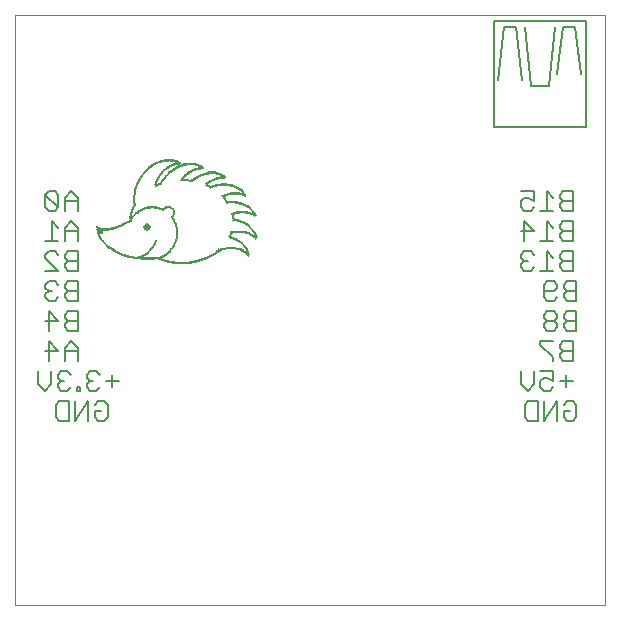
<source format=gbo>
G75*
%MOIN*%
%OFA0B0*%
%FSLAX25Y25*%
%IPPOS*%
%LPD*%
%AMOC8*
5,1,8,0,0,1.08239X$1,22.5*
%
%ADD10C,0.00000*%
%ADD11C,0.00600*%
%ADD12R,0.03780X0.00157*%
%ADD13R,0.06614X0.00157*%
%ADD14R,0.08189X0.00157*%
%ADD15R,0.09764X0.00157*%
%ADD16R,0.03150X0.00157*%
%ADD17R,0.02835X0.00157*%
%ADD18R,0.02362X0.00157*%
%ADD19R,0.02205X0.00157*%
%ADD20R,0.02047X0.00157*%
%ADD21R,0.04882X0.00157*%
%ADD22R,0.01890X0.00157*%
%ADD23R,0.08504X0.00157*%
%ADD24R,0.01732X0.00157*%
%ADD25R,0.09134X0.00157*%
%ADD26R,0.10079X0.00157*%
%ADD27R,0.01575X0.00157*%
%ADD28R,0.04724X0.00157*%
%ADD29R,0.00630X0.00157*%
%ADD30R,0.01417X0.00157*%
%ADD31R,0.05197X0.00157*%
%ADD32R,0.02677X0.00157*%
%ADD33R,0.00157X0.00157*%
%ADD34R,0.01260X0.00157*%
%ADD35R,0.00315X0.00157*%
%ADD36R,0.00787X0.00157*%
%ADD37R,0.01102X0.00157*%
%ADD38R,0.00945X0.00157*%
%ADD39R,0.03307X0.00157*%
%ADD40R,0.05984X0.00157*%
%ADD41R,0.05039X0.00157*%
%ADD42R,0.03465X0.00157*%
%ADD43R,0.00472X0.00157*%
%ADD44R,0.02520X0.00157*%
%ADD45R,0.05512X0.00157*%
%ADD46R,0.04252X0.00157*%
%ADD47R,0.04094X0.00157*%
%ADD48R,0.05827X0.00157*%
%ADD49R,0.06299X0.00157*%
%ADD50R,0.06142X0.00157*%
%ADD51R,0.03937X0.00157*%
%ADD52R,0.02992X0.00157*%
%ADD53R,0.06929X0.00157*%
%ADD54R,0.04567X0.00157*%
%ADD55R,0.05354X0.00157*%
%ADD56R,0.04409X0.00157*%
%ADD57R,0.05669X0.00157*%
%ADD58C,0.00500*%
D10*
X0001800Y0002000D02*
X0001800Y0198850D01*
X0198650Y0198850D01*
X0198650Y0002000D01*
X0001800Y0002000D01*
D11*
X0016656Y0063550D02*
X0015589Y0064618D01*
X0015589Y0068888D01*
X0016656Y0069955D01*
X0019859Y0069955D01*
X0019859Y0063550D01*
X0016656Y0063550D01*
X0022034Y0063550D02*
X0022034Y0069955D01*
X0022541Y0073550D02*
X0023609Y0073550D01*
X0023609Y0074618D01*
X0022541Y0074618D01*
X0022541Y0073550D01*
X0020386Y0074618D02*
X0019319Y0073550D01*
X0017184Y0073550D01*
X0016116Y0074618D01*
X0016116Y0075685D01*
X0017184Y0076753D01*
X0018251Y0076753D01*
X0017184Y0076753D02*
X0016116Y0077820D01*
X0016116Y0078888D01*
X0017184Y0079955D01*
X0019319Y0079955D01*
X0020386Y0078888D01*
X0018480Y0083550D02*
X0018480Y0087820D01*
X0020615Y0089955D01*
X0022750Y0087820D01*
X0022750Y0083550D01*
X0022750Y0086753D02*
X0018480Y0086753D01*
X0016305Y0086753D02*
X0012034Y0086753D01*
X0013102Y0089955D02*
X0016305Y0086753D01*
X0013102Y0083550D02*
X0013102Y0089955D01*
X0013102Y0093550D02*
X0013102Y0099955D01*
X0016305Y0096753D01*
X0012034Y0096753D01*
X0013102Y0103550D02*
X0012034Y0104618D01*
X0012034Y0105685D01*
X0013102Y0106753D01*
X0014169Y0106753D01*
X0013102Y0106753D02*
X0012034Y0107820D01*
X0012034Y0108888D01*
X0013102Y0109955D01*
X0015237Y0109955D01*
X0016305Y0108888D01*
X0018480Y0108888D02*
X0019547Y0109955D01*
X0022750Y0109955D01*
X0022750Y0103550D01*
X0019547Y0103550D01*
X0018480Y0104618D01*
X0018480Y0105685D01*
X0019547Y0106753D01*
X0022750Y0106753D01*
X0019547Y0106753D02*
X0018480Y0107820D01*
X0018480Y0108888D01*
X0016305Y0104618D02*
X0015237Y0103550D01*
X0013102Y0103550D01*
X0018480Y0098888D02*
X0018480Y0097820D01*
X0019547Y0096753D01*
X0022750Y0096753D01*
X0022750Y0099955D02*
X0019547Y0099955D01*
X0018480Y0098888D01*
X0019547Y0096753D02*
X0018480Y0095685D01*
X0018480Y0094618D01*
X0019547Y0093550D01*
X0022750Y0093550D01*
X0022750Y0099955D01*
X0022750Y0113550D02*
X0019547Y0113550D01*
X0018480Y0114618D01*
X0018480Y0115685D01*
X0019547Y0116753D01*
X0022750Y0116753D01*
X0022750Y0119955D02*
X0022750Y0113550D01*
X0019547Y0116753D02*
X0018480Y0117820D01*
X0018480Y0118888D01*
X0019547Y0119955D01*
X0022750Y0119955D01*
X0022750Y0123550D02*
X0022750Y0127820D01*
X0020615Y0129955D01*
X0018480Y0127820D01*
X0018480Y0123550D01*
X0016305Y0123550D02*
X0012034Y0123550D01*
X0014169Y0123550D02*
X0014169Y0129955D01*
X0016305Y0127820D01*
X0018480Y0126753D02*
X0022750Y0126753D01*
X0022750Y0133550D02*
X0022750Y0137820D01*
X0020615Y0139955D01*
X0018480Y0137820D01*
X0018480Y0133550D01*
X0016305Y0134618D02*
X0012034Y0138888D01*
X0012034Y0134618D01*
X0013102Y0133550D01*
X0015237Y0133550D01*
X0016305Y0134618D01*
X0016305Y0138888D01*
X0015237Y0139955D01*
X0013102Y0139955D01*
X0012034Y0138888D01*
X0018480Y0136753D02*
X0022750Y0136753D01*
X0015237Y0119955D02*
X0013102Y0119955D01*
X0012034Y0118888D01*
X0012034Y0117820D01*
X0016305Y0113550D01*
X0012034Y0113550D01*
X0016305Y0118888D02*
X0015237Y0119955D01*
X0013941Y0079955D02*
X0013941Y0075685D01*
X0011806Y0073550D01*
X0009670Y0075685D01*
X0009670Y0079955D01*
X0025784Y0078888D02*
X0025784Y0077820D01*
X0026852Y0076753D01*
X0025784Y0075685D01*
X0025784Y0074618D01*
X0026852Y0073550D01*
X0028987Y0073550D01*
X0030055Y0074618D01*
X0027919Y0076753D02*
X0026852Y0076753D01*
X0025784Y0078888D02*
X0026852Y0079955D01*
X0028987Y0079955D01*
X0030055Y0078888D01*
X0032230Y0076753D02*
X0036500Y0076753D01*
X0034365Y0078888D02*
X0034365Y0074618D01*
X0031682Y0069955D02*
X0032750Y0068888D01*
X0032750Y0064618D01*
X0031682Y0063550D01*
X0029547Y0063550D01*
X0028480Y0064618D01*
X0028480Y0066753D01*
X0030615Y0066753D01*
X0028480Y0068888D02*
X0029547Y0069955D01*
X0031682Y0069955D01*
X0026305Y0069955D02*
X0022034Y0063550D01*
X0026305Y0063550D02*
X0026305Y0069955D01*
X0170589Y0075685D02*
X0170589Y0079955D01*
X0170589Y0075685D02*
X0172724Y0073550D01*
X0174859Y0075685D01*
X0174859Y0079955D01*
X0177034Y0079955D02*
X0181305Y0079955D01*
X0181305Y0076753D01*
X0179169Y0077820D01*
X0178102Y0077820D01*
X0177034Y0076753D01*
X0177034Y0074618D01*
X0178102Y0073550D01*
X0180237Y0073550D01*
X0181305Y0074618D01*
X0183480Y0076753D02*
X0187750Y0076753D01*
X0185615Y0078888D02*
X0185615Y0074618D01*
X0185797Y0069955D02*
X0187932Y0069955D01*
X0189000Y0068888D01*
X0189000Y0064618D01*
X0187932Y0063550D01*
X0185797Y0063550D01*
X0184730Y0064618D01*
X0184730Y0066753D01*
X0186865Y0066753D01*
X0184730Y0068888D02*
X0185797Y0069955D01*
X0182555Y0069955D02*
X0178284Y0063550D01*
X0178284Y0069955D01*
X0176109Y0069955D02*
X0172906Y0069955D01*
X0171839Y0068888D01*
X0171839Y0064618D01*
X0172906Y0063550D01*
X0176109Y0063550D01*
X0176109Y0069955D01*
X0182555Y0069955D02*
X0182555Y0063550D01*
X0181305Y0083550D02*
X0181305Y0084618D01*
X0177034Y0088888D01*
X0177034Y0089955D01*
X0181305Y0089955D01*
X0183480Y0088888D02*
X0183480Y0087820D01*
X0184547Y0086753D01*
X0187750Y0086753D01*
X0187750Y0089955D02*
X0184547Y0089955D01*
X0183480Y0088888D01*
X0184547Y0086753D02*
X0183480Y0085685D01*
X0183480Y0084618D01*
X0184547Y0083550D01*
X0187750Y0083550D01*
X0187750Y0089955D01*
X0189000Y0093550D02*
X0185797Y0093550D01*
X0184730Y0094618D01*
X0184730Y0095685D01*
X0185797Y0096753D01*
X0189000Y0096753D01*
X0189000Y0099955D02*
X0185797Y0099955D01*
X0184730Y0098888D01*
X0184730Y0097820D01*
X0185797Y0096753D01*
X0189000Y0093550D02*
X0189000Y0099955D01*
X0189000Y0103550D02*
X0185797Y0103550D01*
X0184730Y0104618D01*
X0184730Y0105685D01*
X0185797Y0106753D01*
X0189000Y0106753D01*
X0189000Y0109955D02*
X0189000Y0103550D01*
X0185797Y0106753D02*
X0184730Y0107820D01*
X0184730Y0108888D01*
X0185797Y0109955D01*
X0189000Y0109955D01*
X0187750Y0113550D02*
X0184547Y0113550D01*
X0183480Y0114618D01*
X0183480Y0115685D01*
X0184547Y0116753D01*
X0187750Y0116753D01*
X0187750Y0119955D02*
X0187750Y0113550D01*
X0184547Y0116753D02*
X0183480Y0117820D01*
X0183480Y0118888D01*
X0184547Y0119955D01*
X0187750Y0119955D01*
X0187750Y0123550D02*
X0184547Y0123550D01*
X0183480Y0124618D01*
X0183480Y0125685D01*
X0184547Y0126753D01*
X0187750Y0126753D01*
X0187750Y0129955D02*
X0187750Y0123550D01*
X0184547Y0126753D02*
X0183480Y0127820D01*
X0183480Y0128888D01*
X0184547Y0129955D01*
X0187750Y0129955D01*
X0187750Y0133550D02*
X0184547Y0133550D01*
X0183480Y0134618D01*
X0183480Y0135685D01*
X0184547Y0136753D01*
X0187750Y0136753D01*
X0187750Y0139955D02*
X0184547Y0139955D01*
X0183480Y0138888D01*
X0183480Y0137820D01*
X0184547Y0136753D01*
X0181305Y0137820D02*
X0179169Y0139955D01*
X0179169Y0133550D01*
X0177034Y0133550D02*
X0181305Y0133550D01*
X0179169Y0129955D02*
X0179169Y0123550D01*
X0177034Y0123550D02*
X0181305Y0123550D01*
X0179169Y0119955D02*
X0179169Y0113550D01*
X0177034Y0113550D02*
X0181305Y0113550D01*
X0181487Y0109955D02*
X0179352Y0109955D01*
X0178284Y0108888D01*
X0178284Y0104618D01*
X0179352Y0103550D01*
X0181487Y0103550D01*
X0182555Y0104618D01*
X0181487Y0106753D02*
X0178284Y0106753D01*
X0181487Y0106753D02*
X0182555Y0107820D01*
X0182555Y0108888D01*
X0181487Y0109955D01*
X0181305Y0117820D02*
X0179169Y0119955D01*
X0174859Y0118888D02*
X0173791Y0119955D01*
X0171656Y0119955D01*
X0170589Y0118888D01*
X0170589Y0117820D01*
X0171656Y0116753D01*
X0170589Y0115685D01*
X0170589Y0114618D01*
X0171656Y0113550D01*
X0173791Y0113550D01*
X0174859Y0114618D01*
X0172724Y0116753D02*
X0171656Y0116753D01*
X0171656Y0123550D02*
X0171656Y0129955D01*
X0174859Y0126753D01*
X0170589Y0126753D01*
X0171656Y0133550D02*
X0173791Y0133550D01*
X0174859Y0134618D01*
X0174859Y0136753D02*
X0172724Y0137820D01*
X0171656Y0137820D01*
X0170589Y0136753D01*
X0170589Y0134618D01*
X0171656Y0133550D01*
X0174859Y0136753D02*
X0174859Y0139955D01*
X0170589Y0139955D01*
X0179169Y0129955D02*
X0181305Y0127820D01*
X0187750Y0133550D02*
X0187750Y0139955D01*
X0181487Y0099955D02*
X0179352Y0099955D01*
X0178284Y0098888D01*
X0178284Y0097820D01*
X0179352Y0096753D01*
X0181487Y0096753D01*
X0182555Y0097820D01*
X0182555Y0098888D01*
X0181487Y0099955D01*
X0181487Y0096753D02*
X0182555Y0095685D01*
X0182555Y0094618D01*
X0181487Y0093550D01*
X0179352Y0093550D01*
X0178284Y0094618D01*
X0178284Y0095685D01*
X0179352Y0096753D01*
D12*
X0057469Y0115701D03*
D13*
X0057469Y0115858D03*
D14*
X0057469Y0116016D03*
D15*
X0057469Y0116173D03*
D16*
X0053532Y0116331D03*
X0061406Y0116331D03*
X0075737Y0120583D03*
X0073690Y0136488D03*
X0075265Y0139323D03*
X0059674Y0143260D03*
X0050540Y0133969D03*
X0047706Y0134598D03*
D17*
X0045816Y0134126D03*
X0058414Y0143732D03*
X0054950Y0149874D03*
X0068808Y0141685D03*
X0073847Y0141685D03*
X0062194Y0116488D03*
X0052745Y0116488D03*
D18*
X0052036Y0116646D03*
X0062902Y0116646D03*
X0045737Y0127669D03*
X0045737Y0127827D03*
X0045737Y0127984D03*
X0035186Y0127669D03*
X0039438Y0118220D03*
X0049517Y0142157D03*
X0057863Y0148457D03*
X0065107Y0145465D03*
D19*
X0069753Y0145465D03*
X0072587Y0138693D03*
X0075422Y0130346D03*
X0076367Y0130031D03*
X0063454Y0116803D03*
X0051485Y0116803D03*
X0045816Y0127512D03*
X0045816Y0128142D03*
X0045186Y0133969D03*
X0050540Y0149717D03*
X0056209Y0149087D03*
X0038887Y0118378D03*
D20*
X0038335Y0118535D03*
X0045737Y0127354D03*
X0045737Y0128299D03*
X0052981Y0134598D03*
X0049359Y0142000D03*
X0054713Y0148614D03*
X0055658Y0149717D03*
X0061800Y0147039D03*
X0062745Y0148457D03*
X0063847Y0147669D03*
X0064477Y0145307D03*
X0069044Y0144047D03*
X0071091Y0144677D03*
X0071406Y0142315D03*
X0074556Y0141528D03*
X0077863Y0138693D03*
X0077233Y0135701D03*
X0081170Y0132236D03*
X0076603Y0126567D03*
X0076603Y0120425D03*
X0078808Y0119480D03*
X0070461Y0120268D03*
X0064005Y0116961D03*
X0050934Y0116961D03*
X0050146Y0117748D03*
X0035658Y0127827D03*
X0030146Y0126724D03*
X0030146Y0126567D03*
X0030146Y0126409D03*
X0030146Y0126252D03*
X0030146Y0126094D03*
X0072036Y0138535D03*
D21*
X0047627Y0134441D03*
X0046367Y0117118D03*
D22*
X0050540Y0117118D03*
X0045816Y0127197D03*
X0050855Y0133811D03*
X0036209Y0127984D03*
X0030225Y0125937D03*
X0030225Y0125780D03*
X0037942Y0118693D03*
X0064398Y0117118D03*
X0074477Y0124205D03*
X0074635Y0125937D03*
X0076839Y0129874D03*
X0079517Y0125780D03*
X0081564Y0124992D03*
X0071643Y0138378D03*
X0057312Y0148299D03*
D23*
X0046603Y0117276D03*
D24*
X0044005Y0118063D03*
X0037391Y0118850D03*
X0036603Y0128142D03*
X0037076Y0128299D03*
X0045737Y0128457D03*
X0047627Y0134756D03*
X0049517Y0149402D03*
X0049989Y0149559D03*
X0054241Y0148457D03*
X0056131Y0149559D03*
X0056761Y0148142D03*
X0061328Y0146882D03*
X0063217Y0148299D03*
X0064005Y0145150D03*
X0068572Y0143890D03*
X0070304Y0145307D03*
X0075028Y0141370D03*
X0077706Y0135543D03*
X0077706Y0133181D03*
X0074871Y0132394D03*
X0077233Y0129717D03*
X0074871Y0124047D03*
X0077076Y0120268D03*
X0078965Y0119323D03*
X0081800Y0124835D03*
X0069989Y0120110D03*
X0069989Y0119953D03*
X0065265Y0117433D03*
X0064950Y0117276D03*
X0050461Y0117906D03*
D25*
X0045973Y0117433D03*
D26*
X0045658Y0117591D03*
D27*
X0051013Y0118063D03*
X0039674Y0129559D03*
X0039359Y0129402D03*
X0038887Y0129244D03*
X0038257Y0128929D03*
X0037784Y0128772D03*
X0037784Y0128614D03*
X0037469Y0128457D03*
X0029753Y0127512D03*
X0035894Y0119480D03*
X0036682Y0119165D03*
X0036997Y0119008D03*
X0044556Y0133811D03*
X0049123Y0141843D03*
X0050225Y0142315D03*
X0053847Y0148299D03*
X0056052Y0147827D03*
X0056367Y0147984D03*
X0056524Y0149244D03*
X0060934Y0146724D03*
X0063296Y0144835D03*
X0063611Y0144992D03*
X0068178Y0143732D03*
X0067233Y0141213D03*
X0075422Y0141213D03*
X0078257Y0138535D03*
X0078099Y0135386D03*
X0081406Y0132079D03*
X0077627Y0129559D03*
X0075107Y0130504D03*
X0079989Y0125622D03*
X0074162Y0124362D03*
X0073847Y0124520D03*
X0077469Y0120110D03*
X0077469Y0119953D03*
X0079202Y0119165D03*
X0069753Y0119795D03*
X0065658Y0117591D03*
X0049123Y0149244D03*
D28*
X0059359Y0143417D03*
X0074635Y0136173D03*
X0042194Y0117748D03*
D29*
X0045816Y0117748D03*
X0047863Y0121370D03*
X0048020Y0121528D03*
X0048178Y0121843D03*
X0048650Y0122630D03*
X0048650Y0122787D03*
X0048808Y0122945D03*
X0048808Y0123102D03*
X0054635Y0121370D03*
X0054792Y0121685D03*
X0054950Y0122000D03*
X0055107Y0122315D03*
X0055265Y0122630D03*
X0055422Y0122945D03*
X0055422Y0123102D03*
X0055422Y0123260D03*
X0055580Y0123417D03*
X0055580Y0123575D03*
X0055580Y0123732D03*
X0055737Y0124047D03*
X0055737Y0124205D03*
X0055737Y0124362D03*
X0055737Y0124520D03*
X0055737Y0124677D03*
X0055894Y0124992D03*
X0055894Y0125150D03*
X0055894Y0125307D03*
X0055894Y0125465D03*
X0055894Y0125622D03*
X0055894Y0125780D03*
X0055894Y0125937D03*
X0055894Y0126094D03*
X0055894Y0126252D03*
X0055894Y0126409D03*
X0055894Y0126567D03*
X0055894Y0126724D03*
X0055737Y0127039D03*
X0055737Y0127197D03*
X0055737Y0127354D03*
X0055737Y0127512D03*
X0055737Y0127669D03*
X0055737Y0127827D03*
X0055580Y0128142D03*
X0055580Y0128299D03*
X0055580Y0128457D03*
X0055422Y0128614D03*
X0055422Y0128772D03*
X0055422Y0128929D03*
X0055265Y0129244D03*
X0055107Y0129559D03*
X0054950Y0129874D03*
X0054792Y0130189D03*
X0054635Y0130504D03*
X0054477Y0130819D03*
X0054320Y0130976D03*
X0054320Y0131134D03*
X0054635Y0131764D03*
X0054792Y0132079D03*
X0054950Y0132394D03*
X0054950Y0132551D03*
X0054950Y0132709D03*
X0054950Y0132866D03*
X0054792Y0133181D03*
X0054792Y0133339D03*
X0045816Y0128929D03*
X0040461Y0131449D03*
X0040461Y0131606D03*
X0040461Y0131764D03*
X0040461Y0131921D03*
X0040461Y0132079D03*
X0040619Y0132236D03*
X0040619Y0132394D03*
X0040619Y0132551D03*
X0040619Y0132709D03*
X0040776Y0132866D03*
X0040776Y0133024D03*
X0040776Y0133181D03*
X0040934Y0133339D03*
X0040934Y0133496D03*
X0040934Y0133654D03*
X0041091Y0133811D03*
X0041091Y0133969D03*
X0041249Y0134283D03*
X0041406Y0134598D03*
X0041564Y0134913D03*
X0041721Y0135228D03*
X0041564Y0135858D03*
X0041564Y0136016D03*
X0041564Y0136173D03*
X0041564Y0136331D03*
X0041564Y0136488D03*
X0041564Y0136646D03*
X0041564Y0136803D03*
X0041564Y0136961D03*
X0041564Y0137118D03*
X0041564Y0137276D03*
X0041564Y0137433D03*
X0041564Y0137591D03*
X0041564Y0137748D03*
X0041564Y0137906D03*
X0041564Y0138063D03*
X0041564Y0138220D03*
X0041564Y0138378D03*
X0041721Y0138693D03*
X0041721Y0138850D03*
X0041721Y0139008D03*
X0041721Y0139165D03*
X0041721Y0139323D03*
X0041721Y0139480D03*
X0041879Y0139638D03*
X0041879Y0139795D03*
X0041879Y0139953D03*
X0041879Y0140110D03*
X0042036Y0140268D03*
X0042036Y0140425D03*
X0042036Y0140583D03*
X0042194Y0140898D03*
X0042194Y0141055D03*
X0042351Y0141370D03*
X0042351Y0141528D03*
X0042509Y0141843D03*
X0042666Y0142157D03*
X0042666Y0142315D03*
X0042824Y0142630D03*
X0042981Y0142945D03*
X0043139Y0143260D03*
X0043611Y0144047D03*
X0043926Y0144520D03*
X0048965Y0142945D03*
X0048965Y0142787D03*
X0048808Y0142472D03*
X0048808Y0142315D03*
X0049123Y0143260D03*
X0049280Y0143575D03*
X0049438Y0143890D03*
X0049595Y0144205D03*
X0049910Y0144677D03*
X0050855Y0143102D03*
X0040304Y0131291D03*
X0029280Y0127984D03*
X0029753Y0125465D03*
X0029753Y0125307D03*
X0029910Y0124992D03*
X0030068Y0124677D03*
X0073532Y0124835D03*
X0073690Y0125150D03*
X0073847Y0125465D03*
X0073847Y0125622D03*
X0074635Y0130819D03*
X0074635Y0130976D03*
X0074635Y0131134D03*
X0074477Y0131606D03*
X0074477Y0131764D03*
X0074477Y0131921D03*
X0081879Y0131606D03*
X0081564Y0126252D03*
X0082036Y0125465D03*
X0082351Y0124047D03*
X0078729Y0121055D03*
X0079044Y0120583D03*
X0079202Y0120268D03*
X0079359Y0119795D03*
D30*
X0079280Y0119008D03*
X0078178Y0119638D03*
X0077863Y0119795D03*
X0075186Y0123890D03*
X0080383Y0125465D03*
X0080698Y0125307D03*
X0081957Y0124677D03*
X0078335Y0129244D03*
X0078020Y0129402D03*
X0081643Y0131921D03*
X0078493Y0135228D03*
X0075816Y0141055D03*
X0071406Y0138220D03*
X0066209Y0141685D03*
X0062902Y0144677D03*
X0060698Y0146567D03*
X0063690Y0148142D03*
X0064005Y0147984D03*
X0060383Y0143102D03*
X0056446Y0149402D03*
X0053611Y0148142D03*
X0048887Y0149087D03*
X0052981Y0134756D03*
X0045737Y0128772D03*
X0045737Y0128614D03*
X0045737Y0127039D03*
X0040698Y0130976D03*
X0040698Y0131134D03*
X0039910Y0129717D03*
X0038493Y0129087D03*
X0043847Y0133496D03*
X0044162Y0133654D03*
X0035658Y0119638D03*
X0035343Y0119795D03*
X0036288Y0119323D03*
X0044320Y0118220D03*
X0044635Y0118378D03*
X0044950Y0118535D03*
X0051249Y0118220D03*
X0051879Y0118535D03*
X0066052Y0117748D03*
X0066367Y0117906D03*
X0066682Y0118063D03*
X0066997Y0118220D03*
X0071091Y0144992D03*
X0070776Y0145150D03*
D31*
X0067469Y0145780D03*
X0041800Y0117906D03*
X0031564Y0127039D03*
D32*
X0034556Y0127512D03*
X0040068Y0118063D03*
X0049517Y0134126D03*
X0052981Y0134441D03*
X0062587Y0147197D03*
X0063532Y0147512D03*
X0060383Y0149087D03*
X0055973Y0148929D03*
X0070776Y0144520D03*
X0076603Y0135858D03*
X0075658Y0130189D03*
X0070934Y0120425D03*
D33*
X0073926Y0126567D03*
X0074398Y0130031D03*
X0074871Y0130031D03*
X0081957Y0131449D03*
X0079753Y0118220D03*
X0048729Y0141370D03*
D34*
X0052745Y0147669D03*
X0053217Y0147984D03*
X0054950Y0147197D03*
X0055107Y0147354D03*
X0055422Y0147512D03*
X0055737Y0147669D03*
X0059831Y0145937D03*
X0060304Y0146409D03*
X0061879Y0144047D03*
X0062351Y0144362D03*
X0062666Y0144520D03*
X0064241Y0147827D03*
X0067233Y0143260D03*
X0067548Y0143417D03*
X0067863Y0143575D03*
X0065973Y0141843D03*
X0071328Y0144835D03*
X0076052Y0140898D03*
X0076367Y0140740D03*
X0076839Y0140425D03*
X0078729Y0135071D03*
X0079044Y0134913D03*
X0079359Y0134756D03*
X0078887Y0128929D03*
X0082036Y0124520D03*
X0076367Y0123260D03*
X0075894Y0123575D03*
X0075580Y0123732D03*
X0069438Y0119638D03*
X0067863Y0118693D03*
X0067548Y0118535D03*
X0067233Y0118378D03*
X0052115Y0118693D03*
X0051643Y0118378D03*
X0045501Y0118850D03*
X0045186Y0118693D03*
X0034950Y0119953D03*
X0034950Y0120110D03*
X0034635Y0120268D03*
X0034477Y0120425D03*
X0034162Y0120583D03*
X0033690Y0120898D03*
X0040619Y0130819D03*
X0043611Y0133339D03*
X0051013Y0133654D03*
X0047706Y0148457D03*
X0048020Y0148614D03*
X0048178Y0148772D03*
X0048493Y0148929D03*
D35*
X0067233Y0140898D03*
X0074005Y0126409D03*
X0073847Y0121213D03*
X0069910Y0120583D03*
X0079674Y0118378D03*
X0082351Y0123890D03*
D36*
X0082115Y0125150D03*
X0082115Y0125307D03*
X0081957Y0125622D03*
X0081800Y0125780D03*
X0081800Y0125937D03*
X0081643Y0126094D03*
X0081485Y0126409D03*
X0081328Y0126567D03*
X0081170Y0126724D03*
X0081013Y0127039D03*
X0080855Y0127197D03*
X0078178Y0121685D03*
X0078335Y0121528D03*
X0078493Y0121370D03*
X0078650Y0121213D03*
X0078808Y0120898D03*
X0078965Y0120740D03*
X0079123Y0120425D03*
X0079280Y0120110D03*
X0079280Y0119953D03*
X0079438Y0119638D03*
X0079595Y0118535D03*
X0073611Y0124992D03*
X0073769Y0125307D03*
X0074398Y0132079D03*
X0072351Y0136646D03*
X0072194Y0136803D03*
X0072036Y0136961D03*
X0071879Y0137118D03*
X0071564Y0137748D03*
X0071406Y0137906D03*
X0078020Y0139323D03*
X0078178Y0139165D03*
X0080540Y0133811D03*
X0080698Y0133654D03*
X0080855Y0133496D03*
X0081013Y0133339D03*
X0081170Y0133181D03*
X0081328Y0132866D03*
X0081485Y0132709D03*
X0065737Y0142000D03*
X0058020Y0144362D03*
X0057863Y0144205D03*
X0057706Y0144047D03*
X0052509Y0145150D03*
X0052351Y0144992D03*
X0052194Y0144835D03*
X0051721Y0144205D03*
X0051564Y0144047D03*
X0051406Y0143890D03*
X0051249Y0143732D03*
X0051249Y0143575D03*
X0051091Y0143417D03*
X0050934Y0143260D03*
X0050776Y0142945D03*
X0050619Y0142630D03*
X0049202Y0143417D03*
X0049044Y0143102D03*
X0048887Y0142630D03*
X0049359Y0143732D03*
X0049517Y0144047D03*
X0049674Y0144362D03*
X0049831Y0144520D03*
X0049989Y0144835D03*
X0050146Y0144992D03*
X0050304Y0145150D03*
X0050304Y0145307D03*
X0050461Y0145465D03*
X0050619Y0145622D03*
X0050776Y0145780D03*
X0045737Y0146882D03*
X0045580Y0146724D03*
X0045422Y0146567D03*
X0045265Y0146409D03*
X0045107Y0146252D03*
X0045107Y0146094D03*
X0044950Y0145937D03*
X0044635Y0145465D03*
X0044477Y0145307D03*
X0044320Y0145150D03*
X0044320Y0144992D03*
X0044162Y0144835D03*
X0044005Y0144677D03*
X0043847Y0144362D03*
X0043690Y0144205D03*
X0043532Y0143890D03*
X0043375Y0143732D03*
X0043375Y0143575D03*
X0043217Y0143417D03*
X0043060Y0143102D03*
X0042902Y0142787D03*
X0042745Y0142472D03*
X0042587Y0142000D03*
X0042430Y0141685D03*
X0042272Y0141213D03*
X0042115Y0140740D03*
X0041643Y0138535D03*
X0041800Y0135386D03*
X0041643Y0135071D03*
X0041485Y0134756D03*
X0041328Y0134441D03*
X0041170Y0134126D03*
X0041485Y0131606D03*
X0041328Y0131449D03*
X0041170Y0131291D03*
X0040383Y0130189D03*
X0045737Y0126882D03*
X0048887Y0123260D03*
X0048572Y0122472D03*
X0048414Y0122315D03*
X0048414Y0122157D03*
X0048257Y0122000D03*
X0048099Y0121685D03*
X0047784Y0121213D03*
X0047627Y0121055D03*
X0047312Y0120583D03*
X0046997Y0120268D03*
X0053454Y0119795D03*
X0053611Y0119953D03*
X0053611Y0120110D03*
X0053769Y0120268D03*
X0053926Y0120425D03*
X0054241Y0120898D03*
X0054398Y0121055D03*
X0054556Y0121213D03*
X0054713Y0121528D03*
X0054871Y0121843D03*
X0055028Y0122157D03*
X0055186Y0122472D03*
X0055343Y0122787D03*
X0055658Y0123890D03*
X0055816Y0124835D03*
X0055816Y0126882D03*
X0055658Y0127984D03*
X0055343Y0129087D03*
X0055186Y0129402D03*
X0055028Y0129717D03*
X0054871Y0130031D03*
X0054713Y0130346D03*
X0054556Y0130661D03*
X0054241Y0131291D03*
X0054398Y0131449D03*
X0054556Y0131606D03*
X0054713Y0131921D03*
X0054871Y0132236D03*
X0054871Y0133024D03*
X0054713Y0133496D03*
X0054556Y0133654D03*
X0031406Y0122787D03*
X0031249Y0122945D03*
X0031091Y0123260D03*
X0030934Y0123417D03*
X0030776Y0123575D03*
X0030619Y0123732D03*
X0030619Y0123890D03*
X0030461Y0124047D03*
X0030304Y0124205D03*
X0030304Y0124362D03*
X0030146Y0124520D03*
X0029989Y0124835D03*
X0029831Y0125150D03*
X0029674Y0125622D03*
D37*
X0029517Y0127669D03*
X0032824Y0121528D03*
X0033296Y0121213D03*
X0033454Y0121055D03*
X0033926Y0120740D03*
X0040068Y0129874D03*
X0040540Y0130661D03*
X0042430Y0132551D03*
X0042587Y0132709D03*
X0043060Y0133024D03*
X0043375Y0133181D03*
X0051879Y0134126D03*
X0054083Y0134126D03*
X0049044Y0141685D03*
X0052036Y0147197D03*
X0052509Y0147512D03*
X0052981Y0147827D03*
X0053926Y0146567D03*
X0053769Y0146409D03*
X0053611Y0146252D03*
X0053611Y0146094D03*
X0054241Y0146724D03*
X0054398Y0146882D03*
X0054713Y0147039D03*
X0058965Y0145307D03*
X0059123Y0145465D03*
X0059595Y0145780D03*
X0060068Y0146094D03*
X0060068Y0146252D03*
X0062115Y0144205D03*
X0061643Y0143890D03*
X0061328Y0143732D03*
X0065894Y0142315D03*
X0066367Y0142630D03*
X0066524Y0142787D03*
X0066839Y0142945D03*
X0066997Y0143102D03*
X0076603Y0140583D03*
X0077076Y0140268D03*
X0077233Y0140110D03*
X0079595Y0134598D03*
X0079753Y0134441D03*
X0081800Y0131764D03*
X0079123Y0128772D03*
X0079123Y0128614D03*
X0079438Y0128457D03*
X0079595Y0128299D03*
X0078650Y0129087D03*
X0081013Y0125150D03*
X0077233Y0122630D03*
X0077076Y0122787D03*
X0076603Y0123102D03*
X0076131Y0123417D03*
X0073611Y0124677D03*
X0069044Y0119480D03*
X0068572Y0119165D03*
X0068414Y0119008D03*
X0068099Y0118850D03*
X0079438Y0118850D03*
X0079595Y0118693D03*
X0074556Y0132236D03*
X0053139Y0119480D03*
X0052351Y0118850D03*
X0045737Y0119008D03*
X0046839Y0147827D03*
X0046997Y0147984D03*
X0047312Y0148142D03*
X0047469Y0148299D03*
D38*
X0046603Y0147669D03*
X0046446Y0147512D03*
X0046288Y0147354D03*
X0046131Y0147197D03*
X0045973Y0147039D03*
X0044871Y0145780D03*
X0044713Y0145622D03*
X0050855Y0145937D03*
X0051013Y0146094D03*
X0051013Y0146252D03*
X0051170Y0146409D03*
X0051328Y0146567D03*
X0051485Y0146724D03*
X0051643Y0146882D03*
X0051800Y0147039D03*
X0052272Y0147354D03*
X0053375Y0145937D03*
X0053217Y0145780D03*
X0053060Y0145622D03*
X0052902Y0145465D03*
X0052745Y0145307D03*
X0052115Y0144677D03*
X0051957Y0144520D03*
X0051800Y0144362D03*
X0050698Y0142787D03*
X0050383Y0142472D03*
X0057627Y0143890D03*
X0058099Y0144520D03*
X0058257Y0144677D03*
X0058414Y0144835D03*
X0058572Y0144992D03*
X0058729Y0145150D03*
X0059359Y0145622D03*
X0065816Y0142157D03*
X0066131Y0142472D03*
X0067233Y0141055D03*
X0071328Y0138063D03*
X0071643Y0137591D03*
X0071643Y0137433D03*
X0071800Y0137276D03*
X0077469Y0139953D03*
X0077627Y0139795D03*
X0077784Y0139638D03*
X0077942Y0139480D03*
X0078414Y0138378D03*
X0079989Y0134283D03*
X0080146Y0134126D03*
X0080304Y0133969D03*
X0081249Y0133024D03*
X0079831Y0128142D03*
X0079989Y0127984D03*
X0080146Y0127827D03*
X0080304Y0127669D03*
X0080461Y0127512D03*
X0080619Y0127354D03*
X0081091Y0126882D03*
X0082194Y0124362D03*
X0082351Y0124205D03*
X0078099Y0121843D03*
X0077942Y0122000D03*
X0077784Y0122157D03*
X0077627Y0122315D03*
X0077469Y0122472D03*
X0076839Y0122945D03*
X0074162Y0125780D03*
X0074792Y0130661D03*
X0068808Y0119323D03*
X0054162Y0120740D03*
X0054005Y0120583D03*
X0053375Y0119638D03*
X0052902Y0119323D03*
X0052745Y0119165D03*
X0052587Y0119008D03*
X0047548Y0120898D03*
X0047391Y0120740D03*
X0047076Y0120425D03*
X0046761Y0120110D03*
X0046761Y0119953D03*
X0046603Y0119795D03*
X0046446Y0119638D03*
X0046288Y0119480D03*
X0046131Y0119323D03*
X0045973Y0119165D03*
X0040304Y0130031D03*
X0040461Y0130346D03*
X0040461Y0130504D03*
X0041564Y0131764D03*
X0041721Y0131921D03*
X0041879Y0132079D03*
X0042036Y0132236D03*
X0042194Y0132394D03*
X0042824Y0132866D03*
X0041879Y0135543D03*
X0041721Y0135701D03*
X0051170Y0133496D03*
X0054320Y0133969D03*
X0054477Y0133811D03*
X0033060Y0121370D03*
X0032587Y0121685D03*
X0032430Y0121843D03*
X0032272Y0122000D03*
X0032115Y0122157D03*
X0031957Y0122315D03*
X0031800Y0122472D03*
X0031643Y0122630D03*
X0031170Y0123102D03*
X0029438Y0127827D03*
D39*
X0053139Y0150346D03*
X0063217Y0147354D03*
X0070461Y0144362D03*
X0072036Y0120583D03*
D40*
X0073847Y0120740D03*
X0076682Y0126094D03*
D41*
X0073847Y0120898D03*
X0077627Y0132866D03*
X0074950Y0136016D03*
D42*
X0080304Y0132551D03*
X0073847Y0121055D03*
X0067548Y0141528D03*
X0070225Y0144205D03*
X0051485Y0149874D03*
D43*
X0048887Y0141528D03*
X0048887Y0123417D03*
X0029202Y0128142D03*
X0072666Y0135858D03*
X0074556Y0131449D03*
X0074556Y0131291D03*
X0078650Y0138220D03*
D44*
X0080776Y0132394D03*
X0075580Y0132551D03*
X0078887Y0125937D03*
X0067391Y0141370D03*
X0067548Y0146094D03*
X0067548Y0146252D03*
D45*
X0076603Y0126252D03*
X0047627Y0134283D03*
D46*
X0071406Y0142157D03*
X0074241Y0136331D03*
X0076603Y0126409D03*
D47*
X0067548Y0145937D03*
X0031170Y0126882D03*
D48*
X0031879Y0127197D03*
X0071406Y0142000D03*
D49*
X0075580Y0139008D03*
X0067391Y0145622D03*
X0060304Y0148614D03*
X0032115Y0127354D03*
D50*
X0077548Y0132709D03*
D51*
X0077706Y0133024D03*
D52*
X0055658Y0148772D03*
X0052981Y0134283D03*
D53*
X0071328Y0141843D03*
X0075422Y0138850D03*
D54*
X0075186Y0139165D03*
X0059438Y0143575D03*
X0053139Y0150189D03*
D55*
X0060304Y0148772D03*
D56*
X0060304Y0148929D03*
D57*
X0053060Y0150031D03*
D58*
X0161446Y0161331D02*
X0161446Y0196764D01*
X0192154Y0196764D01*
X0192154Y0161331D01*
X0161446Y0161331D01*
X0173847Y0175110D02*
X0171879Y0194795D01*
X0168926Y0194795D02*
X0170894Y0177079D01*
X0173847Y0175110D02*
X0179753Y0175110D01*
X0181721Y0194795D01*
X0184674Y0194795D02*
X0182706Y0179047D01*
X0190580Y0179047D02*
X0188611Y0194795D01*
X0184674Y0194795D01*
X0168926Y0194795D02*
X0164989Y0194795D01*
X0163020Y0177079D01*
M02*

</source>
